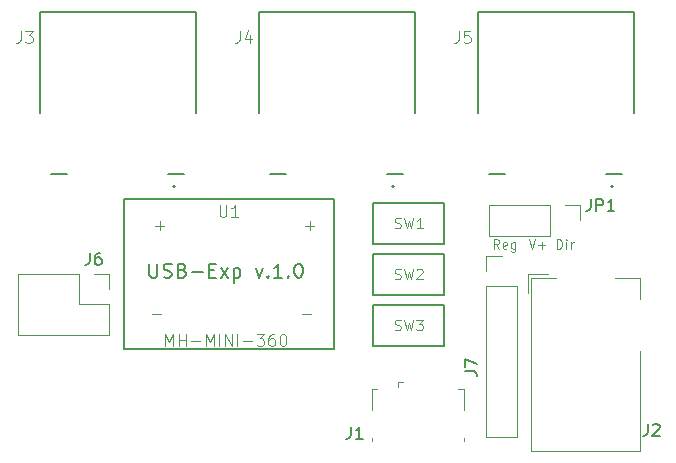
<source format=gto>
G04 #@! TF.GenerationSoftware,KiCad,Pcbnew,5.1.6-c6e7f7d~87~ubuntu18.04.1*
G04 #@! TF.CreationDate,2020-07-14T22:37:44+02:00*
G04 #@! TF.ProjectId,USB-Exp,5553422d-4578-4702-9e6b-696361645f70,1.0*
G04 #@! TF.SameCoordinates,Original*
G04 #@! TF.FileFunction,Legend,Top*
G04 #@! TF.FilePolarity,Positive*
%FSLAX46Y46*%
G04 Gerber Fmt 4.6, Leading zero omitted, Abs format (unit mm)*
G04 Created by KiCad (PCBNEW 5.1.6-c6e7f7d~87~ubuntu18.04.1) date 2020-07-14 22:37:44*
%MOMM*%
%LPD*%
G01*
G04 APERTURE LIST*
%ADD10C,0.200000*%
%ADD11C,0.120000*%
%ADD12C,0.127000*%
%ADD13C,0.050000*%
%ADD14C,0.150000*%
%ADD15C,0.015000*%
G04 APERTURE END LIST*
D10*
X61614857Y-69954857D02*
X61614857Y-70926285D01*
X61672000Y-71040571D01*
X61729142Y-71097714D01*
X61843428Y-71154857D01*
X62072000Y-71154857D01*
X62186285Y-71097714D01*
X62243428Y-71040571D01*
X62300571Y-70926285D01*
X62300571Y-69954857D01*
X62814857Y-71097714D02*
X62986285Y-71154857D01*
X63272000Y-71154857D01*
X63386285Y-71097714D01*
X63443428Y-71040571D01*
X63500571Y-70926285D01*
X63500571Y-70812000D01*
X63443428Y-70697714D01*
X63386285Y-70640571D01*
X63272000Y-70583428D01*
X63043428Y-70526285D01*
X62929142Y-70469142D01*
X62872000Y-70412000D01*
X62814857Y-70297714D01*
X62814857Y-70183428D01*
X62872000Y-70069142D01*
X62929142Y-70012000D01*
X63043428Y-69954857D01*
X63329142Y-69954857D01*
X63500571Y-70012000D01*
X64414857Y-70526285D02*
X64586285Y-70583428D01*
X64643428Y-70640571D01*
X64700571Y-70754857D01*
X64700571Y-70926285D01*
X64643428Y-71040571D01*
X64586285Y-71097714D01*
X64472000Y-71154857D01*
X64014857Y-71154857D01*
X64014857Y-69954857D01*
X64414857Y-69954857D01*
X64529142Y-70012000D01*
X64586285Y-70069142D01*
X64643428Y-70183428D01*
X64643428Y-70297714D01*
X64586285Y-70412000D01*
X64529142Y-70469142D01*
X64414857Y-70526285D01*
X64014857Y-70526285D01*
X65214857Y-70697714D02*
X66129142Y-70697714D01*
X66700571Y-70526285D02*
X67100571Y-70526285D01*
X67272000Y-71154857D02*
X66700571Y-71154857D01*
X66700571Y-69954857D01*
X67272000Y-69954857D01*
X67672000Y-71154857D02*
X68300571Y-70354857D01*
X67672000Y-70354857D02*
X68300571Y-71154857D01*
X68757714Y-70354857D02*
X68757714Y-71554857D01*
X68757714Y-70412000D02*
X68872000Y-70354857D01*
X69100571Y-70354857D01*
X69214857Y-70412000D01*
X69272000Y-70469142D01*
X69329142Y-70583428D01*
X69329142Y-70926285D01*
X69272000Y-71040571D01*
X69214857Y-71097714D01*
X69100571Y-71154857D01*
X68872000Y-71154857D01*
X68757714Y-71097714D01*
X70643428Y-70354857D02*
X70929142Y-71154857D01*
X71214857Y-70354857D01*
X71672000Y-71040571D02*
X71729142Y-71097714D01*
X71672000Y-71154857D01*
X71614857Y-71097714D01*
X71672000Y-71040571D01*
X71672000Y-71154857D01*
X72872000Y-71154857D02*
X72186285Y-71154857D01*
X72529142Y-71154857D02*
X72529142Y-69954857D01*
X72414857Y-70126285D01*
X72300571Y-70240571D01*
X72186285Y-70297714D01*
X73386285Y-71040571D02*
X73443428Y-71097714D01*
X73386285Y-71154857D01*
X73329142Y-71097714D01*
X73386285Y-71040571D01*
X73386285Y-71154857D01*
X74186285Y-69954857D02*
X74300571Y-69954857D01*
X74414857Y-70012000D01*
X74472000Y-70069142D01*
X74529142Y-70183428D01*
X74586285Y-70412000D01*
X74586285Y-70697714D01*
X74529142Y-70926285D01*
X74472000Y-71040571D01*
X74414857Y-71097714D01*
X74300571Y-71154857D01*
X74186285Y-71154857D01*
X74072000Y-71097714D01*
X74014857Y-71040571D01*
X73957714Y-70926285D01*
X73900571Y-70697714D01*
X73900571Y-70412000D01*
X73957714Y-70183428D01*
X74014857Y-70069142D01*
X74072000Y-70012000D01*
X74186285Y-69954857D01*
D11*
X96126380Y-68687904D02*
X96126380Y-67887904D01*
X96316857Y-67887904D01*
X96431142Y-67926000D01*
X96507333Y-68002190D01*
X96545428Y-68078380D01*
X96583523Y-68230761D01*
X96583523Y-68345047D01*
X96545428Y-68497428D01*
X96507333Y-68573619D01*
X96431142Y-68649809D01*
X96316857Y-68687904D01*
X96126380Y-68687904D01*
X96926380Y-68687904D02*
X96926380Y-68154571D01*
X96926380Y-67887904D02*
X96888285Y-67926000D01*
X96926380Y-67964095D01*
X96964476Y-67926000D01*
X96926380Y-67887904D01*
X96926380Y-67964095D01*
X97307333Y-68687904D02*
X97307333Y-68154571D01*
X97307333Y-68306952D02*
X97345428Y-68230761D01*
X97383523Y-68192666D01*
X97459714Y-68154571D01*
X97535904Y-68154571D01*
X91236857Y-68687904D02*
X90970190Y-68306952D01*
X90779714Y-68687904D02*
X90779714Y-67887904D01*
X91084476Y-67887904D01*
X91160666Y-67926000D01*
X91198761Y-67964095D01*
X91236857Y-68040285D01*
X91236857Y-68154571D01*
X91198761Y-68230761D01*
X91160666Y-68268857D01*
X91084476Y-68306952D01*
X90779714Y-68306952D01*
X91884476Y-68649809D02*
X91808285Y-68687904D01*
X91655904Y-68687904D01*
X91579714Y-68649809D01*
X91541619Y-68573619D01*
X91541619Y-68268857D01*
X91579714Y-68192666D01*
X91655904Y-68154571D01*
X91808285Y-68154571D01*
X91884476Y-68192666D01*
X91922571Y-68268857D01*
X91922571Y-68345047D01*
X91541619Y-68421238D01*
X92608285Y-68154571D02*
X92608285Y-68802190D01*
X92570190Y-68878380D01*
X92532095Y-68916476D01*
X92455904Y-68954571D01*
X92341619Y-68954571D01*
X92265428Y-68916476D01*
X92608285Y-68649809D02*
X92532095Y-68687904D01*
X92379714Y-68687904D01*
X92303523Y-68649809D01*
X92265428Y-68611714D01*
X92227333Y-68535523D01*
X92227333Y-68306952D01*
X92265428Y-68230761D01*
X92303523Y-68192666D01*
X92379714Y-68154571D01*
X92532095Y-68154571D01*
X92608285Y-68192666D01*
X93726095Y-67887904D02*
X93992761Y-68687904D01*
X94259428Y-67887904D01*
X94526095Y-68383142D02*
X95135619Y-68383142D01*
X94830857Y-68687904D02*
X94830857Y-68078380D01*
D12*
X59436000Y-64516000D02*
X77216000Y-64516000D01*
X59436000Y-77216000D02*
X59436000Y-64516000D01*
X77216000Y-77216000D02*
X59436000Y-77216000D01*
X77216000Y-64516000D02*
X77216000Y-77216000D01*
X80566000Y-76934000D02*
X86566000Y-76934000D01*
X80566000Y-73434000D02*
X80566000Y-76934000D01*
X86566000Y-73434000D02*
X80566000Y-73434000D01*
X86566000Y-76934000D02*
X86566000Y-73434000D01*
X80566000Y-72616000D02*
X86566000Y-72616000D01*
X80566000Y-69116000D02*
X80566000Y-72616000D01*
X86566000Y-69116000D02*
X80566000Y-69116000D01*
X86566000Y-72616000D02*
X86566000Y-69116000D01*
X80566000Y-68298000D02*
X86566000Y-68298000D01*
X80566000Y-64798000D02*
X80566000Y-68298000D01*
X86566000Y-64798000D02*
X80566000Y-64798000D01*
X86566000Y-68298000D02*
X86566000Y-64798000D01*
D11*
X90364000Y-64964000D02*
X90364000Y-67624000D01*
X95504000Y-64964000D02*
X90364000Y-64964000D01*
X95504000Y-67624000D02*
X90364000Y-67624000D01*
X95504000Y-64964000D02*
X95504000Y-67624000D01*
X96774000Y-64964000D02*
X98104000Y-64964000D01*
X98104000Y-64964000D02*
X98104000Y-66294000D01*
X90110000Y-84642000D02*
X92770000Y-84642000D01*
X90110000Y-71882000D02*
X90110000Y-84642000D01*
X92770000Y-71882000D02*
X92770000Y-84642000D01*
X90110000Y-71882000D02*
X92770000Y-71882000D01*
X90110000Y-70612000D02*
X90110000Y-69282000D01*
X90110000Y-69282000D02*
X91440000Y-69282000D01*
X50486000Y-70806000D02*
X50486000Y-76006000D01*
X55626000Y-70806000D02*
X50486000Y-70806000D01*
X58226000Y-76006000D02*
X50486000Y-76006000D01*
X55626000Y-70806000D02*
X55626000Y-73406000D01*
X55626000Y-73406000D02*
X58226000Y-73406000D01*
X58226000Y-73406000D02*
X58226000Y-76006000D01*
X56896000Y-70806000D02*
X58226000Y-70806000D01*
X58226000Y-70806000D02*
X58226000Y-72136000D01*
D10*
X102612000Y-48624000D02*
X102612000Y-57174000D01*
X89412000Y-57174000D02*
X89412000Y-48624000D01*
X89412000Y-48624000D02*
X102612000Y-48624000D01*
X100862000Y-63424000D02*
G75*
G03*
X100862000Y-63424000I-100000J0D01*
G01*
X101662000Y-62324000D02*
X100312000Y-62324000D01*
X91712000Y-62324000D02*
X90362000Y-62324000D01*
X84070000Y-48624000D02*
X84070000Y-57174000D01*
X70870000Y-57174000D02*
X70870000Y-48624000D01*
X70870000Y-48624000D02*
X84070000Y-48624000D01*
X82320000Y-63424000D02*
G75*
G03*
X82320000Y-63424000I-100000J0D01*
G01*
X83120000Y-62324000D02*
X81770000Y-62324000D01*
X73170000Y-62324000D02*
X71820000Y-62324000D01*
X65528000Y-48624000D02*
X65528000Y-57174000D01*
X52328000Y-57174000D02*
X52328000Y-48624000D01*
X52328000Y-48624000D02*
X65528000Y-48624000D01*
X63778000Y-63424000D02*
G75*
G03*
X63778000Y-63424000I-100000J0D01*
G01*
X64578000Y-62324000D02*
X63228000Y-62324000D01*
X54628000Y-62324000D02*
X53278000Y-62324000D01*
D11*
X103152000Y-77336000D02*
X103152000Y-85836000D01*
X103152000Y-85836000D02*
X93952000Y-85836000D01*
X93952000Y-85836000D02*
X93952000Y-71136000D01*
X101052000Y-71136000D02*
X103152000Y-71136000D01*
X103152000Y-71136000D02*
X103152000Y-72936000D01*
X95352000Y-70836000D02*
X93652000Y-70836000D01*
X93652000Y-70836000D02*
X93652000Y-72436000D01*
X93952000Y-71136000D02*
X96052000Y-71136000D01*
X80428000Y-80533500D02*
X80878000Y-80533500D01*
X80428000Y-82383500D02*
X80428000Y-80533500D01*
X88228000Y-84933500D02*
X88228000Y-84683500D01*
X80428000Y-84933500D02*
X80428000Y-84683500D01*
X88228000Y-82383500D02*
X88228000Y-80533500D01*
X88228000Y-80533500D02*
X87778000Y-80533500D01*
X82628000Y-79983500D02*
X83078000Y-79983500D01*
X82628000Y-79983500D02*
X82628000Y-80433500D01*
D13*
X67564095Y-64984380D02*
X67564095Y-65793904D01*
X67611714Y-65889142D01*
X67659333Y-65936761D01*
X67754571Y-65984380D01*
X67945047Y-65984380D01*
X68040285Y-65936761D01*
X68087904Y-65889142D01*
X68135523Y-65793904D01*
X68135523Y-64984380D01*
X69135523Y-65984380D02*
X68564095Y-65984380D01*
X68849809Y-65984380D02*
X68849809Y-64984380D01*
X68754571Y-65127238D01*
X68659333Y-65222476D01*
X68564095Y-65270095D01*
X62976761Y-76906380D02*
X62976761Y-75906380D01*
X63310095Y-76620666D01*
X63643428Y-75906380D01*
X63643428Y-76906380D01*
X64119619Y-76906380D02*
X64119619Y-75906380D01*
X64119619Y-76382571D02*
X64691047Y-76382571D01*
X64691047Y-76906380D02*
X64691047Y-75906380D01*
X65167238Y-76525428D02*
X65929142Y-76525428D01*
X66405333Y-76906380D02*
X66405333Y-75906380D01*
X66738666Y-76620666D01*
X67072000Y-75906380D01*
X67072000Y-76906380D01*
X67548190Y-76906380D02*
X67548190Y-75906380D01*
X68024380Y-76906380D02*
X68024380Y-75906380D01*
X68595809Y-76906380D01*
X68595809Y-75906380D01*
X69072000Y-76906380D02*
X69072000Y-75906380D01*
X69548190Y-76525428D02*
X70310095Y-76525428D01*
X70691047Y-75906380D02*
X71310095Y-75906380D01*
X70976761Y-76287333D01*
X71119619Y-76287333D01*
X71214857Y-76334952D01*
X71262476Y-76382571D01*
X71310095Y-76477809D01*
X71310095Y-76715904D01*
X71262476Y-76811142D01*
X71214857Y-76858761D01*
X71119619Y-76906380D01*
X70833904Y-76906380D01*
X70738666Y-76858761D01*
X70691047Y-76811142D01*
X72167238Y-75906380D02*
X71976761Y-75906380D01*
X71881523Y-75954000D01*
X71833904Y-76001619D01*
X71738666Y-76144476D01*
X71691047Y-76334952D01*
X71691047Y-76715904D01*
X71738666Y-76811142D01*
X71786285Y-76858761D01*
X71881523Y-76906380D01*
X72072000Y-76906380D01*
X72167238Y-76858761D01*
X72214857Y-76811142D01*
X72262476Y-76715904D01*
X72262476Y-76477809D01*
X72214857Y-76382571D01*
X72167238Y-76334952D01*
X72072000Y-76287333D01*
X71881523Y-76287333D01*
X71786285Y-76334952D01*
X71738666Y-76382571D01*
X71691047Y-76477809D01*
X72881523Y-75906380D02*
X72976761Y-75906380D01*
X73072000Y-75954000D01*
X73119619Y-76001619D01*
X73167238Y-76096857D01*
X73214857Y-76287333D01*
X73214857Y-76525428D01*
X73167238Y-76715904D01*
X73119619Y-76811142D01*
X73072000Y-76858761D01*
X72976761Y-76906380D01*
X72881523Y-76906380D01*
X72786285Y-76858761D01*
X72738666Y-76811142D01*
X72691047Y-76715904D01*
X72643428Y-76525428D01*
X72643428Y-76287333D01*
X72691047Y-76096857D01*
X72738666Y-76001619D01*
X72786285Y-75954000D01*
X72881523Y-75906380D01*
X62103047Y-66746428D02*
X62864952Y-66746428D01*
X62484000Y-67127380D02*
X62484000Y-66365476D01*
X61849047Y-74239428D02*
X62610952Y-74239428D01*
X74549047Y-74239428D02*
X75310952Y-74239428D01*
X74803047Y-66746428D02*
X75564952Y-66746428D01*
X75184000Y-67127380D02*
X75184000Y-66365476D01*
X82381433Y-75543600D02*
X82508351Y-75585906D01*
X82719880Y-75585906D01*
X82804492Y-75543600D01*
X82846798Y-75501294D01*
X82889104Y-75416682D01*
X82889104Y-75332070D01*
X82846798Y-75247458D01*
X82804492Y-75205152D01*
X82719880Y-75162847D01*
X82550657Y-75120541D01*
X82466045Y-75078235D01*
X82423739Y-75035929D01*
X82381433Y-74951317D01*
X82381433Y-74866705D01*
X82423739Y-74782093D01*
X82466045Y-74739787D01*
X82550657Y-74697481D01*
X82762186Y-74697481D01*
X82889104Y-74739787D01*
X83185246Y-74697481D02*
X83396776Y-75585906D01*
X83566000Y-74951317D01*
X83735223Y-75585906D01*
X83946753Y-74697481D01*
X84200589Y-74697481D02*
X84750566Y-74697481D01*
X84454425Y-75035929D01*
X84581342Y-75035929D01*
X84665954Y-75078235D01*
X84708260Y-75120541D01*
X84750566Y-75205152D01*
X84750566Y-75416682D01*
X84708260Y-75501294D01*
X84665954Y-75543600D01*
X84581342Y-75585906D01*
X84327507Y-75585906D01*
X84242895Y-75543600D01*
X84200589Y-75501294D01*
X82381433Y-71225600D02*
X82508351Y-71267906D01*
X82719880Y-71267906D01*
X82804492Y-71225600D01*
X82846798Y-71183294D01*
X82889104Y-71098682D01*
X82889104Y-71014070D01*
X82846798Y-70929458D01*
X82804492Y-70887152D01*
X82719880Y-70844847D01*
X82550657Y-70802541D01*
X82466045Y-70760235D01*
X82423739Y-70717929D01*
X82381433Y-70633317D01*
X82381433Y-70548705D01*
X82423739Y-70464093D01*
X82466045Y-70421787D01*
X82550657Y-70379481D01*
X82762186Y-70379481D01*
X82889104Y-70421787D01*
X83185246Y-70379481D02*
X83396776Y-71267906D01*
X83566000Y-70633317D01*
X83735223Y-71267906D01*
X83946753Y-70379481D01*
X84242895Y-70464093D02*
X84285201Y-70421787D01*
X84369813Y-70379481D01*
X84581342Y-70379481D01*
X84665954Y-70421787D01*
X84708260Y-70464093D01*
X84750566Y-70548705D01*
X84750566Y-70633317D01*
X84708260Y-70760235D01*
X84200589Y-71267906D01*
X84750566Y-71267906D01*
X82381433Y-66907600D02*
X82508351Y-66949906D01*
X82719880Y-66949906D01*
X82804492Y-66907600D01*
X82846798Y-66865294D01*
X82889104Y-66780682D01*
X82889104Y-66696070D01*
X82846798Y-66611458D01*
X82804492Y-66569152D01*
X82719880Y-66526847D01*
X82550657Y-66484541D01*
X82466045Y-66442235D01*
X82423739Y-66399929D01*
X82381433Y-66315317D01*
X82381433Y-66230705D01*
X82423739Y-66146093D01*
X82466045Y-66103787D01*
X82550657Y-66061481D01*
X82762186Y-66061481D01*
X82889104Y-66103787D01*
X83185246Y-66061481D02*
X83396776Y-66949906D01*
X83566000Y-66315317D01*
X83735223Y-66949906D01*
X83946753Y-66061481D01*
X84750566Y-66949906D02*
X84242895Y-66949906D01*
X84496730Y-66949906D02*
X84496730Y-66061481D01*
X84412119Y-66188399D01*
X84327507Y-66273011D01*
X84242895Y-66315317D01*
D14*
X98988666Y-64476380D02*
X98988666Y-65190666D01*
X98941047Y-65333523D01*
X98845809Y-65428761D01*
X98702952Y-65476380D01*
X98607714Y-65476380D01*
X99464857Y-65476380D02*
X99464857Y-64476380D01*
X99845809Y-64476380D01*
X99941047Y-64524000D01*
X99988666Y-64571619D01*
X100036285Y-64666857D01*
X100036285Y-64809714D01*
X99988666Y-64904952D01*
X99941047Y-64952571D01*
X99845809Y-65000190D01*
X99464857Y-65000190D01*
X100988666Y-65476380D02*
X100417238Y-65476380D01*
X100702952Y-65476380D02*
X100702952Y-64476380D01*
X100607714Y-64619238D01*
X100512476Y-64714476D01*
X100417238Y-64762095D01*
X88352380Y-79073333D02*
X89066666Y-79073333D01*
X89209523Y-79120952D01*
X89304761Y-79216190D01*
X89352380Y-79359047D01*
X89352380Y-79454285D01*
X88352380Y-78692380D02*
X88352380Y-78025714D01*
X89352380Y-78454285D01*
X56562666Y-69048380D02*
X56562666Y-69762666D01*
X56515047Y-69905523D01*
X56419809Y-70000761D01*
X56276952Y-70048380D01*
X56181714Y-70048380D01*
X57467428Y-69048380D02*
X57276952Y-69048380D01*
X57181714Y-69096000D01*
X57134095Y-69143619D01*
X57038857Y-69286476D01*
X56991238Y-69476952D01*
X56991238Y-69857904D01*
X57038857Y-69953142D01*
X57086476Y-70000761D01*
X57181714Y-70048380D01*
X57372190Y-70048380D01*
X57467428Y-70000761D01*
X57515047Y-69953142D01*
X57562666Y-69857904D01*
X57562666Y-69619809D01*
X57515047Y-69524571D01*
X57467428Y-69476952D01*
X57372190Y-69429333D01*
X57181714Y-69429333D01*
X57086476Y-69476952D01*
X57038857Y-69524571D01*
X56991238Y-69619809D01*
D15*
X87804666Y-50252380D02*
X87804666Y-50966666D01*
X87757047Y-51109523D01*
X87661809Y-51204761D01*
X87518952Y-51252380D01*
X87423714Y-51252380D01*
X88757047Y-50252380D02*
X88280857Y-50252380D01*
X88233238Y-50728571D01*
X88280857Y-50680952D01*
X88376095Y-50633333D01*
X88614190Y-50633333D01*
X88709428Y-50680952D01*
X88757047Y-50728571D01*
X88804666Y-50823809D01*
X88804666Y-51061904D01*
X88757047Y-51157142D01*
X88709428Y-51204761D01*
X88614190Y-51252380D01*
X88376095Y-51252380D01*
X88280857Y-51204761D01*
X88233238Y-51157142D01*
X69262666Y-50252380D02*
X69262666Y-50966666D01*
X69215047Y-51109523D01*
X69119809Y-51204761D01*
X68976952Y-51252380D01*
X68881714Y-51252380D01*
X70167428Y-50585714D02*
X70167428Y-51252380D01*
X69929333Y-50204761D02*
X69691238Y-50919047D01*
X70310285Y-50919047D01*
X50720666Y-50252380D02*
X50720666Y-50966666D01*
X50673047Y-51109523D01*
X50577809Y-51204761D01*
X50434952Y-51252380D01*
X50339714Y-51252380D01*
X51101619Y-50252380D02*
X51720666Y-50252380D01*
X51387333Y-50633333D01*
X51530190Y-50633333D01*
X51625428Y-50680952D01*
X51673047Y-50728571D01*
X51720666Y-50823809D01*
X51720666Y-51061904D01*
X51673047Y-51157142D01*
X51625428Y-51204761D01*
X51530190Y-51252380D01*
X51244476Y-51252380D01*
X51149238Y-51204761D01*
X51101619Y-51157142D01*
D14*
X103806666Y-83526380D02*
X103806666Y-84240666D01*
X103759047Y-84383523D01*
X103663809Y-84478761D01*
X103520952Y-84526380D01*
X103425714Y-84526380D01*
X104235238Y-83621619D02*
X104282857Y-83574000D01*
X104378095Y-83526380D01*
X104616190Y-83526380D01*
X104711428Y-83574000D01*
X104759047Y-83621619D01*
X104806666Y-83716857D01*
X104806666Y-83812095D01*
X104759047Y-83954952D01*
X104187619Y-84526380D01*
X104806666Y-84526380D01*
X78660666Y-83780380D02*
X78660666Y-84494666D01*
X78613047Y-84637523D01*
X78517809Y-84732761D01*
X78374952Y-84780380D01*
X78279714Y-84780380D01*
X79660666Y-84780380D02*
X79089238Y-84780380D01*
X79374952Y-84780380D02*
X79374952Y-83780380D01*
X79279714Y-83923238D01*
X79184476Y-84018476D01*
X79089238Y-84066095D01*
M02*

</source>
